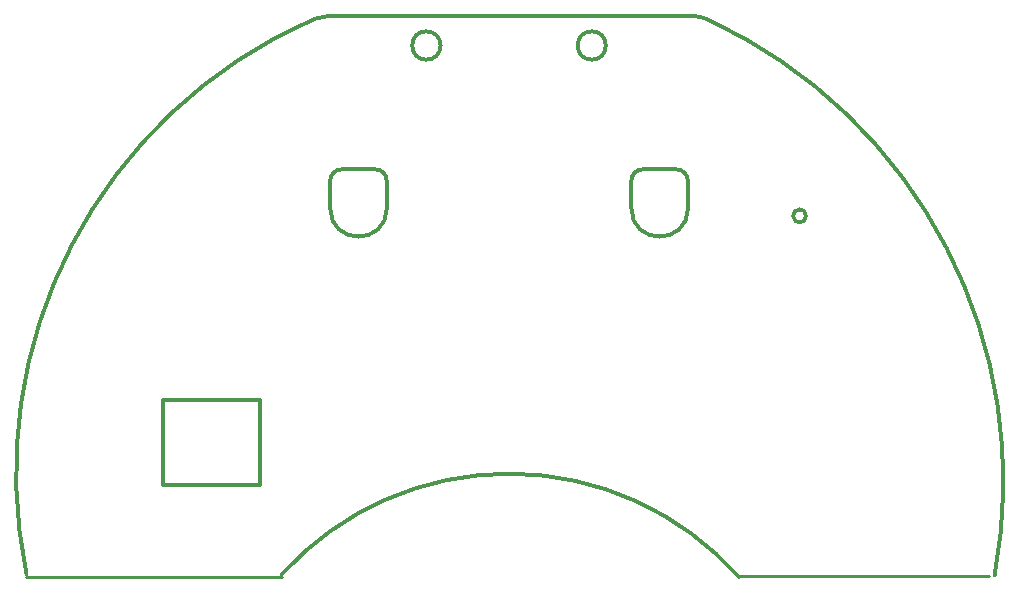
<source format=gko>
%FSLAX25Y25*%
%MOIN*%
G70*
G01*
G75*
G04 Layer_Color=16711935*
%ADD10C,0.00787*%
%ADD11C,0.01181*%
%ADD12C,0.03937*%
%ADD13R,0.01969X0.02362*%
%ADD14R,0.05118X0.03150*%
%ADD15R,0.02362X0.01969*%
%ADD16R,0.03937X0.03543*%
%ADD17R,0.02756X0.04921*%
%ADD18R,0.06693X0.03543*%
%ADD19R,0.06299X0.04921*%
%ADD20O,0.02362X0.05512*%
%ADD21O,0.07874X0.05906*%
%ADD22R,0.07874X0.05906*%
%ADD23R,0.03150X0.05118*%
%ADD24R,0.03150X0.03150*%
%ADD25R,0.04921X0.02756*%
%ADD26R,0.05906X0.11811*%
%ADD27O,0.05906X0.07874*%
%ADD28R,0.05906X0.07874*%
%ADD29R,0.03543X0.03937*%
G04:AMPARAMS|DCode=30|XSize=118.11mil|YSize=59.06mil|CornerRadius=14.76mil|HoleSize=0mil|Usage=FLASHONLY|Rotation=270.000|XOffset=0mil|YOffset=0mil|HoleType=Round|Shape=RoundedRectangle|*
%AMROUNDEDRECTD30*
21,1,0.11811,0.02953,0,0,270.0*
21,1,0.08858,0.05906,0,0,270.0*
1,1,0.02953,-0.01476,-0.04429*
1,1,0.02953,-0.01476,0.04429*
1,1,0.02953,0.01476,0.04429*
1,1,0.02953,0.01476,-0.04429*
%
%ADD30ROUNDEDRECTD30*%
%ADD31C,0.07874*%
%ADD32R,0.30709X0.12598*%
%ADD33R,0.17717X0.18504*%
%ADD34R,0.14173X0.15354*%
%ADD35R,0.09843X0.11417*%
%ADD36C,0.02559*%
G04:AMPARAMS|DCode=37|XSize=39.37mil|YSize=82.68mil|CornerRadius=17.72mil|HoleSize=0mil|Usage=FLASHONLY|Rotation=0.000|XOffset=0mil|YOffset=0mil|HoleType=Round|Shape=RoundedRectangle|*
%AMROUNDEDRECTD37*
21,1,0.03937,0.04724,0,0,0.0*
21,1,0.00394,0.08268,0,0,0.0*
1,1,0.03543,0.00197,-0.02362*
1,1,0.03543,-0.00197,-0.02362*
1,1,0.03543,-0.00197,0.02362*
1,1,0.03543,0.00197,0.02362*
%
%ADD37ROUNDEDRECTD37*%
G04:AMPARAMS|DCode=38|XSize=39.37mil|YSize=62.99mil|CornerRadius=17.72mil|HoleSize=0mil|Usage=FLASHONLY|Rotation=0.000|XOffset=0mil|YOffset=0mil|HoleType=Round|Shape=RoundedRectangle|*
%AMROUNDEDRECTD38*
21,1,0.03937,0.02756,0,0,0.0*
21,1,0.00394,0.06299,0,0,0.0*
1,1,0.03543,0.00197,-0.01378*
1,1,0.03543,-0.00197,-0.01378*
1,1,0.03543,-0.00197,0.01378*
1,1,0.03543,0.00197,0.01378*
%
%ADD38ROUNDEDRECTD38*%
%ADD39C,0.02362*%
%ADD40C,0.00197*%
%ADD41C,0.01969*%
%ADD42R,0.01181X0.03347*%
%ADD43R,0.02362X0.03347*%
%ADD44R,0.05512X0.02362*%
%ADD45R,0.01575X0.04724*%
%ADD46C,0.11811*%
%ADD47C,0.00984*%
%ADD48C,0.00394*%
%ADD49C,0.00500*%
%ADD50C,0.01000*%
%ADD51R,0.02769X0.03162*%
%ADD52R,0.05918X0.03950*%
%ADD53R,0.03162X0.02769*%
%ADD54R,0.04737X0.04343*%
%ADD55R,0.03556X0.05721*%
%ADD56R,0.07493X0.04343*%
%ADD57R,0.07099X0.05721*%
%ADD58O,0.03162X0.06312*%
%ADD59O,0.08674X0.06706*%
%ADD60R,0.08674X0.06706*%
%ADD61R,0.03950X0.05918*%
%ADD62R,0.03543X0.03543*%
%ADD63R,0.05721X0.03556*%
%ADD64R,0.06706X0.12611*%
%ADD65O,0.06706X0.08674*%
%ADD66R,0.06706X0.08674*%
%ADD67R,0.04343X0.04737*%
G04:AMPARAMS|DCode=68|XSize=126.11mil|YSize=67.06mil|CornerRadius=18.76mil|HoleSize=0mil|Usage=FLASHONLY|Rotation=270.000|XOffset=0mil|YOffset=0mil|HoleType=Round|Shape=RoundedRectangle|*
%AMROUNDEDRECTD68*
21,1,0.12611,0.02953,0,0,270.0*
21,1,0.08858,0.06706,0,0,270.0*
1,1,0.03753,-0.01476,-0.04429*
1,1,0.03753,-0.01476,0.04429*
1,1,0.03753,0.01476,0.04429*
1,1,0.03753,0.01476,-0.04429*
%
%ADD68ROUNDEDRECTD68*%
%ADD69C,0.03359*%
G04:AMPARAMS|DCode=70|XSize=47.37mil|YSize=90.68mil|CornerRadius=21.72mil|HoleSize=0mil|Usage=FLASHONLY|Rotation=0.000|XOffset=0mil|YOffset=0mil|HoleType=Round|Shape=RoundedRectangle|*
%AMROUNDEDRECTD70*
21,1,0.04737,0.04724,0,0,0.0*
21,1,0.00394,0.09068,0,0,0.0*
1,1,0.04343,0.00197,-0.02362*
1,1,0.04343,-0.00197,-0.02362*
1,1,0.04343,-0.00197,0.02362*
1,1,0.04343,0.00197,0.02362*
%
%ADD70ROUNDEDRECTD70*%
G04:AMPARAMS|DCode=71|XSize=47.37mil|YSize=70.99mil|CornerRadius=21.72mil|HoleSize=0mil|Usage=FLASHONLY|Rotation=0.000|XOffset=0mil|YOffset=0mil|HoleType=Round|Shape=RoundedRectangle|*
%AMROUNDEDRECTD71*
21,1,0.04737,0.02756,0,0,0.0*
21,1,0.00394,0.07099,0,0,0.0*
1,1,0.04343,0.00197,-0.01378*
1,1,0.04343,-0.00197,-0.01378*
1,1,0.04343,-0.00197,0.01378*
1,1,0.04343,0.00197,0.01378*
%
%ADD71ROUNDEDRECTD71*%
%ADD72C,0.03162*%
%ADD73R,0.01981X0.04147*%
%ADD74R,0.03162X0.04147*%
%ADD75R,0.06312X0.03162*%
%ADD76R,0.02375X0.05524*%
%ADD77C,0.02362*%
%ADD78C,0.00591*%
D11*
X-22861Y135827D02*
G03*
X-22861Y135827I-4724J0D01*
G01*
X32257D02*
G03*
X32257Y135827I-4724J0D01*
G01*
X98989Y79036D02*
G03*
X98989Y79036I-2165J0D01*
G01*
X-64874Y144696D02*
G03*
X-160859Y-40417I65577J-151445D01*
G01*
X161822Y-40784D02*
G03*
X65980Y144590I-166679J31286D01*
G01*
X76617Y-41371D02*
G03*
X-75862Y-40528I-76617J-67881D01*
G01*
X-60180Y145669D02*
G03*
X-64873Y144697I0J-11811D01*
G01*
X65980Y144590D02*
G03*
X61047Y145669I-4933J-10731D01*
G01*
X59619Y90650D02*
G03*
X55682Y94587I-3937J0D01*
G01*
X44659D02*
G03*
X40722Y90650I0J-3937D01*
G01*
Y81595D02*
G03*
X59619Y81595I9449J0D01*
G01*
X-55735Y94587D02*
G03*
X-59672Y90650I0J-3937D01*
G01*
X-40775D02*
G03*
X-44712Y94587I-3937J0D01*
G01*
X-59672Y81595D02*
G03*
X-40775Y81595I9449J0D01*
G01*
X-60180Y145669D02*
X61047D01*
X-83071Y-10748D02*
Y17599D01*
X-115354D02*
X-83071D01*
X-115354Y-10748D02*
Y17599D01*
Y-10748D02*
X-83071D01*
X59619Y81595D02*
Y90650D01*
X44659Y94587D02*
X55682D01*
X-55735D02*
X-44712D01*
X40722Y81595D02*
Y90650D01*
X-40775Y81595D02*
Y90650D01*
X-59672Y81595D02*
Y90650D01*
D50*
X-161100Y-41400D02*
X-75700D01*
X76300Y-41000D02*
X159800D01*
M02*

</source>
